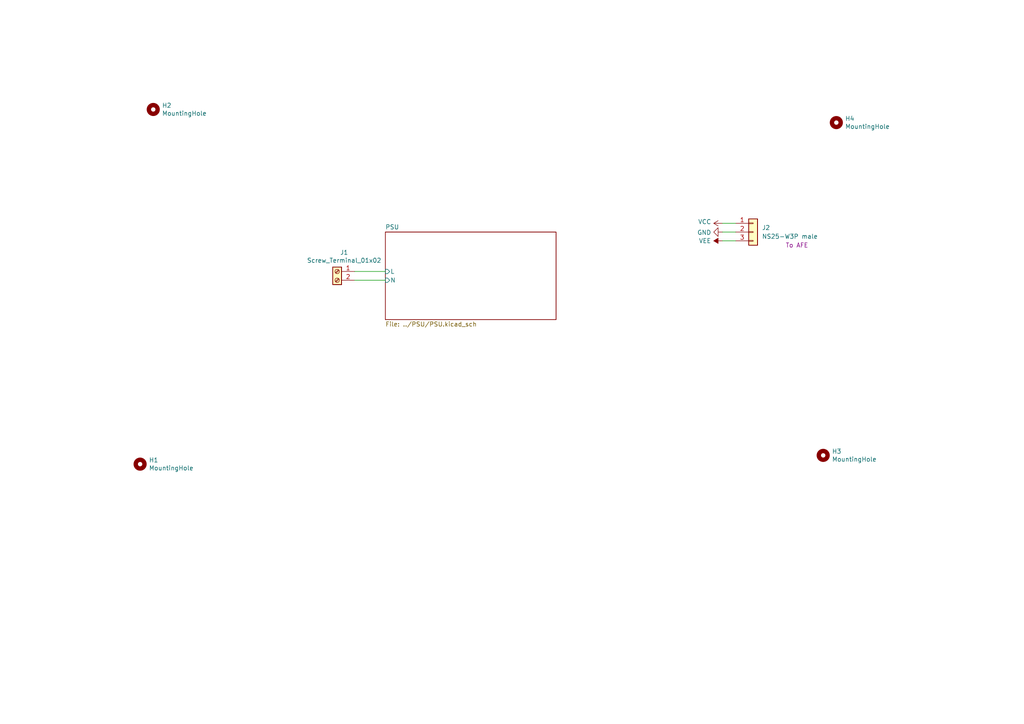
<source format=kicad_sch>
(kicad_sch (version 20211123) (generator eeschema)
  (paper "A4")
  (lib_symbols
    (symbol "Connector:Screw_Terminal_01x02" (pin_names (offset 1.016) hide)
      (property "Reference" "J" (at 0 2.54 0))
      (property "Value" "Screw_Terminal_01x02" (at 0 -5.08 0))
      (symbol "Screw_Terminal_01x02_1_1"
        (rectangle (start -1.27 1.27) (end 1.27 -3.81) (stroke (width 0.254)) (fill (type background)))
        (circle (center 0 -2.54) (radius 0.635) (stroke (width 0.1524)))
        (polyline (pts (xy -0.5334 -2.2098) (xy 0.3302 -3.048)) (stroke (width 0.1524)))
        (polyline (pts (xy -0.5334 0.3302) (xy 0.3302 -0.508)) (stroke (width 0.1524)))
        (polyline (pts (xy -0.3556 -2.032) (xy 0.508 -2.8702)) (stroke (width 0.1524)))
        (polyline (pts (xy -0.3556 0.508) (xy 0.508 -0.3302)) (stroke (width 0.1524)))
        (circle (center 0 0) (radius 0.635) (stroke (width 0.1524)))
        (pin passive line (at -5.08 0 0) (length 3.81) (name "Pin_1") (number "1"))
        (pin passive line (at -5.08 -2.54 0) (length 3.81) (name "Pin_2") (number "2"))
      )
    )
    (symbol "Connector_Generic:Conn_01x03" (pin_names (offset 1.016) hide)
      (property "Reference" "J" (at 0 5.08 0))
      (property "Value" "Conn_01x03" (at 0 -5.08 0))
      (symbol "Conn_01x03_1_1"
        (rectangle (start -1.27 -2.413) (end 0 -2.667) (stroke (width 0.1524)))
        (rectangle (start -1.27 0.127) (end 0 -0.127) (stroke (width 0.1524)))
        (rectangle (start -1.27 2.667) (end 0 2.413) (stroke (width 0.1524)))
        (rectangle (start -1.27 3.81) (end 1.27 -3.81) (stroke (width 0.254)) (fill (type background)))
        (pin passive line (at -5.08 2.54 0) (length 3.81) (name "Pin_1") (number "1"))
        (pin passive line (at -5.08 0 0) (length 3.81) (name "Pin_2") (number "2"))
        (pin passive line (at -5.08 -2.54 0) (length 3.81) (name "Pin_3") (number "3"))
      )
    )
    (symbol "Mechanical:MountingHole" (pin_names (offset 1.016))
      (property "Reference" "H" (at 0 5.08 0))
      (property "Value" "MountingHole" (at 0 3.175 0))
      (symbol "MountingHole_0_1"
        (circle (center 0 0) (radius 1.27) (stroke (width 1.27)))
      )
    )
    (symbol "power:GND" (power) (pin_names (offset 0))
      (property "Value" "GND" (at 0 -3.81 0))
      (symbol "GND_0_1"
        (polyline (pts (xy 0 0) (xy 0 -1.27) (xy 1.27 -1.27) (xy 0 -2.54) (xy -1.27 -1.27) (xy 0 -1.27)))
      )
      (symbol "GND_1_1"
        (pin power_in line (at 0 0 270) (length 0) hide (name "GND") (number "1"))
      )
    )
    (symbol "power:VCC" (power) (pin_names (offset 0))
      (property "Value" "VCC" (at 0 3.81 0))
      (symbol "VCC_0_1"
        (polyline (pts (xy -0.762 1.27) (xy 0 2.54)))
        (polyline (pts (xy 0 0) (xy 0 2.54)))
        (polyline (pts (xy 0 2.54) (xy 0.762 1.27)))
      )
      (symbol "VCC_1_1"
        (pin power_in line (at 0 0 90) (length 0) hide (name "VCC") (number "1"))
      )
    )
    (symbol "power:VEE" (power) (pin_names (offset 0))
      (property "Value" "VEE" (at 0 3.81 0))
      (symbol "VEE_0_1"
        (polyline (pts (xy 0 0) (xy 0 2.54)))
        (polyline (pts (xy 0.762 1.27) (xy -0.762 1.27) (xy 0 2.54) (xy 0.762 1.27)) (fill (type outline)))
      )
      (symbol "VEE_1_1"
        (pin power_in line (at 0 0 90) (length 0) hide (name "VEE") (number "1"))
      )
    )
  )
  (wire (pts (xy 111.76 81.28) (xy 102.87 81.28)))
  (wire (pts (xy 111.76 78.74) (xy 102.87 78.74)))
  (wire (pts (xy 209.55 67.31) (xy 213.36 67.31)))
  (wire (pts (xy 209.55 64.77) (xy 213.36 64.77)))
  (wire (pts (xy 209.55 69.85) (xy 213.36 69.85)))
  (symbol (lib_id "Mechanical:MountingHole") (at 40.64 134.62 0) (unit 1)
    (property "Reference" "H1" (at 43.18 133.4516 0) (effects (justify left)))
    (property "Value" "MountingHole" (at 43.18 135.763 0) (effects (justify left)))
    (property "Footprint" "MountingHole:MountingHole_3.2mm_M3_ISO7380_Pad" (effects hide))
  )
  (symbol (lib_id "Connector:Screw_Terminal_01x02") (at 97.79 78.74 0) (mirror y) (unit 1)
    (property "Reference" "J1" (at 99.822 73.2282 0))
    (property "Value" "Screw_Terminal_01x02" (at 99.822 75.5396 0))
    (property "Footprint" "TerminalBlock:TerminalBlock_bornier-2_P5.08mm" (effects hide))
  )
  (symbol (lib_id "Connector_Generic:Conn_01x03") (at 218.44 67.31 0) (unit 1)
    (property "Reference" "J2" (at 220.98 66.0399 0) (effects (justify left)))
    (property "Value" "NS25-W3P male" (at 220.98 68.5799 0) (effects (justify left)))
    (property "Footprint" "Connector_Molex:Molex_KK-254_AE-6410-03A_1x03_P2.54mm_Vertical" (effects hide))
    (property "Comment" "To AFE" (at 231.14 71.12 0))
  )
  (symbol (lib_id "Mechanical:MountingHole") (at 44.45 31.75 0) (unit 1)
    (property "Reference" "H2" (at 46.99 30.5816 0) (effects (justify left)))
    (property "Value" "MountingHole" (at 46.99 32.893 0) (effects (justify left)))
    (property "Footprint" "MountingHole:MountingHole_3.2mm_M3_ISO7380_Pad" (effects hide))
  )
  (symbol (lib_id "power:GND") (at 209.55 67.31 270) (unit 1)
    (property "Reference" "#PWR02" (effects hide))
    (property "Value" "GND" (at 206.2988 67.437 90) (effects (justify right)))
  )
  (symbol (lib_id "Mechanical:MountingHole") (at 238.76 132.08 0) (unit 1)
    (property "Reference" "H3" (at 241.3 130.9116 0) (effects (justify left)))
    (property "Value" "MountingHole" (at 241.3 133.223 0) (effects (justify left)))
    (property "Footprint" "MountingHole:MountingHole_3.2mm_M3_ISO7380_Pad" (effects hide))
  )
  (symbol (lib_id "power:VCC") (at 209.55 64.77 90) (unit 1)
    (property "Reference" "#PWR01" (effects hide))
    (property "Value" "VCC" (at 206.2988 64.3382 90) (effects (justify left)))
  )
  (symbol (lib_id "Mechanical:MountingHole") (at 242.57 35.56 0) (unit 1)
    (property "Reference" "H4" (at 245.11 34.3916 0) (effects (justify left)))
    (property "Value" "MountingHole" (at 245.11 36.703 0) (effects (justify left)))
    (property "Footprint" "MountingHole:MountingHole_3.2mm_M3_ISO7380_Pad" (effects hide))
  )
  (symbol (lib_id "power:VEE") (at 209.55 69.85 90) (unit 1)
    (property "Reference" "#PWR03" (effects hide))
    (property "Value" "VEE" (at 204.47 69.85 90))
  )
  (sheet (at 111.76 67.31) (size 49.53 25.4) (stroke (width 0.1524))
    (property "Sheet name" "PSU" (at 111.76 66.5984 0) (effects (justify left bottom)))
    (property "Sheet file" "../PSU/PSU.kicad_sch" (at 111.76 93.2946 0) (effects (justify left top)))
    (pin "L" input (at 111.76 78.74 180))
    (pin "N" input (at 111.76 81.28 180))
  )
)
</source>
